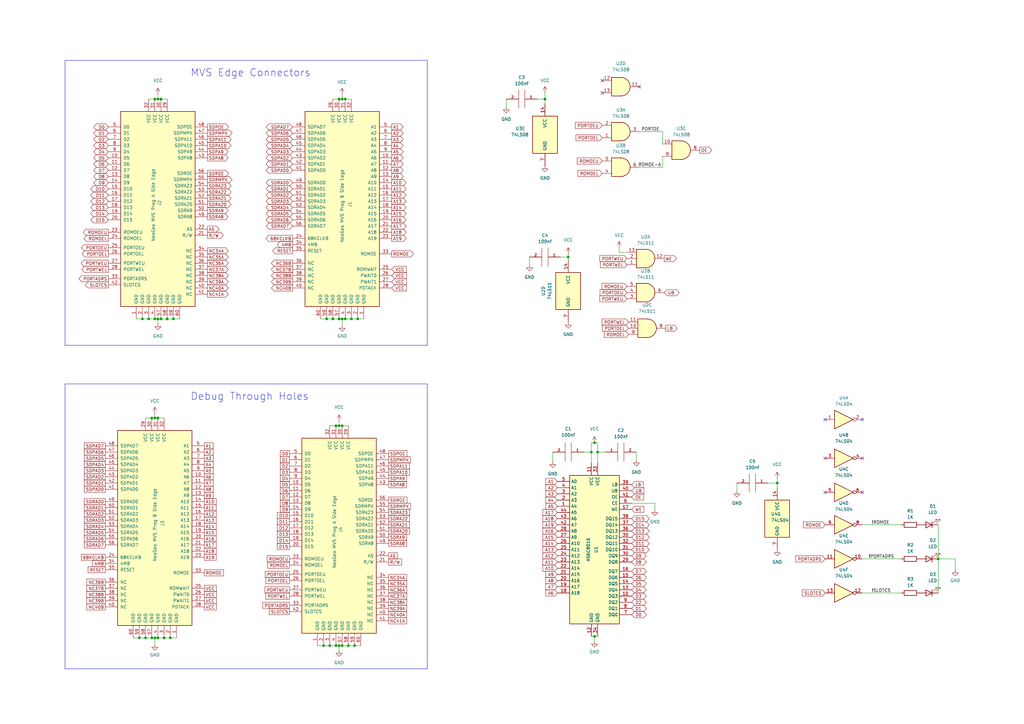
<source format=kicad_sch>
(kicad_sch (version 20211123) (generator eeschema)
  (paper "A3")
  (title_block (title "Neo Geo Diag MVS Prog Board") (date "${REV}") (rev "${REV}"))
  (junction (at 135.255 264.795))
  (junction (at 63.5 130.81))
  (junction (at 58.42 130.81))
  (junction (at 132.715 264.795))
  (junction (at 243.84 260.985))
  (junction (at 144.145 130.81))
  (junction (at 63.5 261.62))
  (junction (at 140.335 264.795))
  (junction (at 62.23 171.45))
  (junction (at 384.81 229.235))
  (junction (at 137.795 174.625))
  (junction (at 64.77 130.81))
  (junction (at 67.31 261.62))
  (junction (at 318.77 198.12))
  (junction (at 64.77 40.64))
  (junction (at 66.04 130.81))
  (junction (at 64.77 261.62))
  (junction (at 242.57 185.42))
  (junction (at 63.5 40.64))
  (junction (at 245.11 185.42))
  (junction (at 140.335 174.625))
  (junction (at 139.065 130.81))
  (junction (at 139.065 264.795))
  (junction (at 136.525 130.81))
  (junction (at 133.985 130.81))
  (junction (at 60.96 130.81))
  (junction (at 145.415 264.795))
  (junction (at 59.69 261.62))
  (junction (at 71.12 130.81))
  (junction (at 141.605 130.81))
  (junction (at 69.85 261.62))
  (junction (at 140.335 40.64))
  (junction (at 62.23 261.62))
  (junction (at 223.52 40.64))
  (junction (at 63.5 171.45))
  (junction (at 146.685 130.81))
  (junction (at 139.065 40.64))
  (junction (at 57.15 261.62))
  (junction (at 141.605 40.64))
  (junction (at 137.795 264.795))
  (junction (at 139.065 174.625))
  (junction (at 142.875 264.795))
  (junction (at 64.77 171.45))
  (junction (at 233.045 105.41))
  (junction (at 66.04 40.64))
  (junction (at 140.335 130.81))
  (junction (at 243.84 181.61))
  (junction (at 68.58 130.81))
  (no_connect (at 353.695 201.93))
  (no_connect (at 338.455 201.93))
  (no_connect (at 338.455 187.96))
  (no_connect (at 353.695 187.96))
  (no_connect (at 353.695 172.085))
  (no_connect (at 338.455 172.085))
  (no_connect (at 262.255 35.56))
  (no_connect (at 247.015 38.1))
  (no_connect (at 247.015 33.02))
  (wire (pts (xy 132.715 264.795) (xy 135.255 264.795)))
  (wire (pts (xy 242.57 185.42) (xy 242.57 181.61)))
  (wire (pts (xy 139.065 40.64) (xy 140.335 40.64)))
  (wire (pts (xy 384.81 215.265) (xy 384.81 229.235)))
  (wire (pts (xy 245.11 185.42) (xy 248.285 185.42)))
  (wire (pts (xy 57.15 261.62) (xy 59.69 261.62)))
  (wire (pts (xy 271.78 68.58) (xy 271.78 64.135)))
  (wire (pts (xy 136.525 40.64) (xy 139.065 40.64)))
  (wire (pts (xy 63.5 261.62) (xy 63.5 264.16)))
  (wire (pts (xy 67.31 261.62) (xy 69.85 261.62)))
  (polyline (pts (xy 26.67 157.48) (xy 26.67 274.32)) (stroke (width 0) (type solid)))
  (wire (pts (xy 66.04 130.81) (xy 68.58 130.81)))
  (wire (pts (xy 239.395 185.42) (xy 242.57 185.42)))
  (wire (pts (xy 223.52 38.1) (xy 223.52 40.64)))
  (wire (pts (xy 243.84 260.985) (xy 243.84 262.89)))
  (wire (pts (xy 59.69 261.62) (xy 62.23 261.62)))
  (wire (pts (xy 133.985 130.81) (xy 136.525 130.81)))
  (wire (pts (xy 63.5 130.81) (xy 64.77 130.81)))
  (wire (pts (xy 62.23 261.62) (xy 63.5 261.62)))
  (polyline (pts (xy 175.26 24.765) (xy 175.26 141.605)) (stroke (width 0) (type solid)))
  (wire (pts (xy 63.5 261.62) (xy 64.77 261.62)))
  (wire (pts (xy 259.08 206.375) (xy 268.605 206.375)))
  (wire (pts (xy 318.77 196.215) (xy 318.77 198.12)))
  (wire (pts (xy 226.695 185.42) (xy 226.695 189.23)))
  (wire (pts (xy 144.145 130.81) (xy 146.685 130.81)))
  (polyline (pts (xy 175.26 141.605) (xy 26.67 141.605)) (stroke (width 0) (type solid)))
  (wire (pts (xy 139.065 172.72) (xy 139.065 174.625)))
  (wire (pts (xy 131.445 130.81) (xy 133.985 130.81)))
  (polyline (pts (xy 26.67 24.765) (xy 26.67 141.605)) (stroke (width 0) (type solid)))
  (wire (pts (xy 64.77 40.64) (xy 66.04 40.64)))
  (wire (pts (xy 130.175 264.795) (xy 132.715 264.795)))
  (wire (pts (xy 353.695 243.205) (xy 369.57 243.205)))
  (wire (pts (xy 243.84 181.61) (xy 245.11 181.61)))
  (wire (pts (xy 141.605 130.81) (xy 144.145 130.81)))
  (wire (pts (xy 254 103.505) (xy 254 101.6)))
  (wire (pts (xy 314.96 198.12) (xy 318.77 198.12)))
  (wire (pts (xy 223.52 40.64) (xy 223.52 42.545)))
  (wire (pts (xy 64.77 171.45) (xy 67.31 171.45)))
  (wire (pts (xy 137.795 174.625) (xy 139.065 174.625)))
  (wire (pts (xy 302.26 198.12) (xy 302.26 201.295)))
  (wire (pts (xy 140.335 130.81) (xy 141.605 130.81)))
  (wire (pts (xy 141.605 40.64) (xy 144.145 40.64)))
  (wire (pts (xy 63.5 40.64) (xy 64.77 40.64)))
  (wire (pts (xy 69.85 261.62) (xy 72.39 261.62)))
  (wire (pts (xy 146.685 130.81) (xy 149.225 130.81)))
  (wire (pts (xy 139.065 174.625) (xy 140.335 174.625)))
  (wire (pts (xy 59.69 171.45) (xy 62.23 171.45)))
  (wire (pts (xy 233.045 105.41) (xy 229.87 105.41)))
  (wire (pts (xy 140.335 174.625) (xy 142.875 174.625)))
  (wire (pts (xy 139.065 264.795) (xy 140.335 264.795)))
  (wire (pts (xy 271.78 53.975) (xy 271.78 59.055)))
  (wire (pts (xy 262.255 68.58) (xy 271.78 68.58)))
  (wire (pts (xy 140.335 38.735) (xy 140.335 40.64)))
  (wire (pts (xy 136.525 130.81) (xy 139.065 130.81)))
  (wire (pts (xy 223.52 40.64) (xy 220.345 40.64)))
  (wire (pts (xy 262.255 53.975) (xy 271.78 53.975)))
  (wire (pts (xy 384.81 229.235) (xy 391.795 229.235)))
  (wire (pts (xy 384.81 229.235) (xy 384.81 243.205)))
  (wire (pts (xy 71.12 130.81) (xy 73.66 130.81)))
  (wire (pts (xy 353.695 229.235) (xy 369.57 229.235)))
  (wire (pts (xy 139.065 264.795) (xy 139.065 266.7)))
  (wire (pts (xy 233.045 105.41) (xy 233.045 106.68)))
  (wire (pts (xy 68.58 130.81) (xy 71.12 130.81)))
  (wire (pts (xy 64.77 261.62) (xy 67.31 261.62)))
  (wire (pts (xy 145.415 264.795) (xy 147.955 264.795)))
  (wire (pts (xy 245.11 185.42) (xy 245.11 181.61)))
  (wire (pts (xy 242.57 181.61) (xy 243.84 181.61)))
  (wire (pts (xy 353.695 215.265) (xy 369.57 215.265)))
  (wire (pts (xy 142.875 264.795) (xy 145.415 264.795)))
  (wire (pts (xy 64.77 38.735) (xy 64.77 40.64)))
  (wire (pts (xy 66.04 40.64) (xy 68.58 40.64)))
  (wire (pts (xy 245.11 189.865) (xy 245.11 185.42)))
  (wire (pts (xy 268.605 206.375) (xy 268.605 208.915)))
  (wire (pts (xy 60.96 130.81) (xy 63.5 130.81)))
  (polyline (pts (xy 26.67 157.48) (xy 175.26 157.48)) (stroke (width 0) (type solid)))
  (polyline (pts (xy 26.67 24.765) (xy 175.26 24.765)) (stroke (width 0) (type solid)))
  (wire (pts (xy 257.175 103.505) (xy 254 103.505)))
  (wire (pts (xy 63.5 171.45) (xy 64.77 171.45)))
  (wire (pts (xy 64.77 130.81) (xy 66.04 130.81)))
  (wire (pts (xy 140.335 130.81) (xy 140.335 133.35)))
  (wire (pts (xy 318.77 198.12) (xy 318.77 200.025)))
  (polyline (pts (xy 175.26 157.48) (xy 175.26 274.32)) (stroke (width 0) (type solid)))
  (wire (pts (xy 242.57 260.985) (xy 243.84 260.985)))
  (wire (pts (xy 233.045 104.14) (xy 233.045 105.41)))
  (wire (pts (xy 217.17 105.41) (xy 217.17 108.585)))
  (wire (pts (xy 63.5 169.545) (xy 63.5 171.45)))
  (wire (pts (xy 243.84 260.985) (xy 245.11 260.985)))
  (wire (pts (xy 62.23 171.45) (xy 63.5 171.45)))
  (wire (pts (xy 391.795 233.68) (xy 391.795 229.235)))
  (wire (pts (xy 135.255 264.795) (xy 137.795 264.795)))
  (wire (pts (xy 55.88 130.81) (xy 58.42 130.81)))
  (wire (pts (xy 139.065 130.81) (xy 140.335 130.81)))
  (wire (pts (xy 58.42 130.81) (xy 60.96 130.81)))
  (polyline (pts (xy 175.26 274.32) (xy 26.67 274.32)) (stroke (width 0) (type solid)))
  (wire (pts (xy 64.77 130.81) (xy 64.77 132.715)))
  (wire (pts (xy 260.985 185.42) (xy 260.985 188.595)))
  (wire (pts (xy 207.645 40.64) (xy 207.645 43.815)))
  (wire (pts (xy 242.57 189.865) (xy 242.57 185.42)))
  (wire (pts (xy 140.335 264.795) (xy 142.875 264.795)))
  (wire (pts (xy 140.335 40.64) (xy 141.605 40.64)))
  (wire (pts (xy 54.61 261.62) (xy 57.15 261.62)))
  (wire (pts (xy 137.795 264.795) (xy 139.065 264.795)))
  (wire (pts (xy 135.255 174.625) (xy 137.795 174.625)))
  (wire (pts (xy 60.96 40.64) (xy 63.5 40.64)))
  (text "Debug Through Holes" (at 78.105 164.465 0) (effects (font (size 3 3)) (justify left bottom)))
  (text "MVS Edge Connectors" (at 78.105 31.75 0) (effects (font (size 3 3)) (justify left bottom)))
  (label "!PORTADRS" (at 356.235 229.235 0))
  (label "!SLOTCS" (at 357.505 243.205 0))
  (label "ROMOE-A" (at 271.145 68.58 180))
  (label "!ROMOE" (at 357.505 215.265 0))
  (label "PORTOE" (at 270.51 53.975 180))
  (global_label "NC38B" (shape passive) (at 43.18 243.84 180) (property "Intersheet References" "${INTERSHEET_REFS}" (effects hide)))
  (global_label "SDPAD7" (shape passive) (at 43.18 182.88 180) (property "Intersheet References" "${INTERSHEET_REFS}" (effects hide)))
  (global_label "NC37A" (shape output) (at 85.09 110.49 0) (property "Intersheet References" "${INTERSHEET_REFS}" (effects hide)))
  (global_label "SDRAD2" (shape passive) (at 43.18 210.82 180) (property "Intersheet References" "${INTERSHEET_REFS}" (effects hide)))
  (global_label "OE" (shape output) (at 287.02 61.595 0) (property "Intersheet References" "${INTERSHEET_REFS}" (effects hide)))
  (global_label "VCC" (shape input) (at 160.655 118.11 0) (property "Intersheet References" "${INTERSHEET_REFS}" (effects hide)))
  (global_label "A3" (shape passive) (at 83.82 187.96 0) (property "Intersheet References" "${INTERSHEET_REFS}" (effects hide)))
  (global_label "R{slash}W" (shape output) (at 85.09 96.52 0) (property "Intersheet References" "${INTERSHEET_REFS}" (effects hide)))
  (global_label "SDRA20" (shape output) (at 85.09 83.82 0) (property "Intersheet References" "${INTERSHEET_REFS}" (effects hide)))
  (global_label "A3" (shape input) (at 228.6 202.565 180) (property "Intersheet References" "${INTERSHEET_REFS}" (effects hide)))
  (global_label "D13" (shape bidirectional) (at 44.45 85.09 180) (property "Intersheet References" "${INTERSHEET_REFS}" (effects hide)))
  (global_label "ROMOEL" (shape input) (at 247.015 71.12 180) (property "Intersheet References" "${INTERSHEET_REFS}" (effects hide)))
  (global_label "A14" (shape output) (at 160.655 85.09 0) (property "Intersheet References" "${INTERSHEET_REFS}" (effects hide)))
  (global_label "NC36A" (shape passive) (at 159.385 241.935 0) (property "Intersheet References" "${INTERSHEET_REFS}" (effects hide)))
  (global_label "D2" (shape bidirectional) (at 44.45 57.15 180) (property "Intersheet References" "${INTERSHEET_REFS}" (effects hide)))
  (global_label "D11" (shape bidirectional) (at 259.08 222.885 0) (property "Intersheet References" "${INTERSHEET_REFS}" (effects hide)))
  (global_label "SDPMPX" (shape output) (at 85.09 54.61 0) (property "Intersheet References" "${INTERSHEET_REFS}" (effects hide)))
  (global_label "SDRAD4" (shape bidirectional) (at 120.015 85.09 180) (property "Intersheet References" "${INTERSHEET_REFS}" (effects hide)))
  (global_label "LB" (shape output) (at 273.05 134.62 0) (property "Intersheet References" "${INTERSHEET_REFS}" (effects hide)))
  (global_label "A17" (shape output) (at 160.655 92.71 0) (property "Intersheet References" "${INTERSHEET_REFS}" (effects hide)))
  (global_label "A4" (shape passive) (at 83.82 190.5 0) (property "Intersheet References" "${INTERSHEET_REFS}" (effects hide)))
  (global_label "SDPAD4" (shape passive) (at 43.18 190.5 180) (property "Intersheet References" "${INTERSHEET_REFS}" (effects hide)))
  (global_label "D9" (shape bidirectional) (at 259.08 227.965 0) (property "Intersheet References" "${INTERSHEET_REFS}" (effects hide)))
  (global_label "A18" (shape output) (at 160.655 95.25 0) (property "Intersheet References" "${INTERSHEET_REFS}" (effects hide)))
  (global_label "D0" (shape bidirectional) (at 259.08 252.095 0) (property "Intersheet References" "${INTERSHEET_REFS}" (effects hide)))
  (global_label "NC35A" (shape output) (at 85.09 105.41 0) (property "Intersheet References" "${INTERSHEET_REFS}" (effects hide)))
  (global_label "A10" (shape passive) (at 83.82 205.74 0) (property "Intersheet References" "${INTERSHEET_REFS}" (effects hide)))
  (global_label "D10" (shape bidirectional) (at 259.08 225.425 0) (property "Intersheet References" "${INTERSHEET_REFS}" (effects hide)))
  (global_label "PORTOEL" (shape input) (at 257.81 134.62 180) (property "Intersheet References" "${INTERSHEET_REFS}" (effects hide)))
  (global_label "D3" (shape passive) (at 118.745 193.675 180) (property "Intersheet References" "${INTERSHEET_REFS}" (effects hide)))
  (global_label "PORTOEL" (shape passive) (at 118.745 238.125 180) (property "Intersheet References" "${INTERSHEET_REFS}" (effects hide)))
  (global_label "PORTADRS" (shape passive) (at 118.745 248.285 180) (property "Intersheet References" "${INTERSHEET_REFS}" (effects hide)))
  (global_label "SDPMPX" (shape passive) (at 159.385 188.595 0) (property "Intersheet References" "${INTERSHEET_REFS}" (effects hide)))
  (global_label "D8" (shape bidirectional) (at 44.45 72.39 180) (property "Intersheet References" "${INTERSHEET_REFS}" (effects hide)))
  (global_label "A16" (shape output) (at 160.655 90.17 0) (property "Intersheet References" "${INTERSHEET_REFS}" (effects hide)))
  (global_label "AS" (shape passive) (at 159.385 227.965 0) (property "Intersheet References" "${INTERSHEET_REFS}" (effects hide)))
  (global_label "NC36B" (shape passive) (at 43.18 238.76 180) (property "Intersheet References" "${INTERSHEET_REFS}" (effects hide)))
  (global_label "SDPAD6" (shape bidirectional) (at 120.015 54.61 180) (property "Intersheet References" "${INTERSHEET_REFS}" (effects hide)))
  (global_label "PORTADRS" (shape input) (at 338.455 229.235 180) (property "Intersheet References" "${INTERSHEET_REFS}" (effects hide)))
  (global_label "PORTOEU" (shape passive) (at 118.745 235.585 180) (property "Intersheet References" "${INTERSHEET_REFS}" (effects hide)))
  (global_label "A3" (shape output) (at 160.655 57.15 0) (property "Intersheet References" "${INTERSHEET_REFS}" (effects hide)))
  (global_label "NC34A" (shape passive) (at 159.385 236.855 0) (property "Intersheet References" "${INTERSHEET_REFS}" (effects hide)))
  (global_label "D15" (shape bidirectional) (at 44.45 90.17 180) (property "Intersheet References" "${INTERSHEET_REFS}" (effects hide)))
  (global_label "NC40B" (shape passive) (at 43.18 248.92 180) (property "Intersheet References" "${INTERSHEET_REFS}" (effects hide)))
  (global_label "UB" (shape input) (at 259.08 201.295 0) (property "Intersheet References" "${INTERSHEET_REFS}" (effects hide)))
  (global_label "SDRA9" (shape passive) (at 159.385 220.345 0) (property "Intersheet References" "${INTERSHEET_REFS}" (effects hide)))
  (global_label "PORTOEL" (shape output) (at 44.45 104.14 180) (property "Intersheet References" "${INTERSHEET_REFS}" (effects hide)))
  (global_label "WE" (shape input) (at 259.08 208.915 0) (property "Intersheet References" "${INTERSHEET_REFS}" (effects hide)))
  (global_label "SDRAD0" (shape bidirectional) (at 120.015 74.93 180) (property "Intersheet References" "${INTERSHEET_REFS}" (effects hide)))
  (global_label "D3" (shape bidirectional) (at 259.08 244.475 0) (property "Intersheet References" "${INTERSHEET_REFS}" (effects hide)))
  (global_label "A14" (shape passive) (at 83.82 215.9 0) (property "Intersheet References" "${INTERSHEET_REFS}" (effects hide)))
  (global_label "D1" (shape passive) (at 118.745 188.595 180) (property "Intersheet References" "${INTERSHEET_REFS}" (effects hide)))
  (global_label "A2" (shape output) (at 160.655 54.61 0) (property "Intersheet References" "${INTERSHEET_REFS}" (effects hide)))
  (global_label "ROMOE" (shape output) (at 160.655 104.14 0) (property "Intersheet References" "${INTERSHEET_REFS}" (effects hide)))
  (global_label "A7" (shape output) (at 160.655 67.31 0) (property "Intersheet References" "${INTERSHEET_REFS}" (effects hide)))
  (global_label "D1" (shape bidirectional) (at 44.45 54.61 180) (property "Intersheet References" "${INTERSHEET_REFS}" (effects hide)))
  (global_label "SDPAD2" (shape passive) (at 43.18 195.58 180) (property "Intersheet References" "${INTERSHEET_REFS}" (effects hide)))
  (global_label "D14" (shape bidirectional) (at 259.08 215.265 0) (property "Intersheet References" "${INTERSHEET_REFS}" (effects hide)))
  (global_label "SDPAD2" (shape bidirectional) (at 120.015 64.77 180) (property "Intersheet References" "${INTERSHEET_REFS}" (effects hide)))
  (global_label "PORTWEU" (shape output) (at 44.45 107.95 180) (property "Intersheet References" "${INTERSHEET_REFS}" (effects hide)))
  (global_label "A13" (shape input) (at 228.6 225.425 180) (property "Intersheet References" "${INTERSHEET_REFS}" (effects hide)))
  (global_label "WE" (shape output) (at 272.415 106.045 0) (property "Intersheet References" "${INTERSHEET_REFS}" (effects hide)))
  (global_label "SDRA9" (shape output) (at 85.09 86.36 0) (property "Intersheet References" "${INTERSHEET_REFS}" (effects hide)))
  (global_label "SDRA20" (shape passive) (at 159.385 217.805 0) (property "Intersheet References" "${INTERSHEET_REFS}" (effects hide)))
  (global_label "SDRAD6" (shape bidirectional) (at 120.015 90.17 180) (property "Intersheet References" "${INTERSHEET_REFS}" (effects hide)))
  (global_label "PORTADRS" (shape output) (at 44.45 114.3 180) (property "Intersheet References" "${INTERSHEET_REFS}" (effects hide)))
  (global_label "NC41A" (shape output) (at 85.09 120.65 0) (property "Intersheet References" "${INTERSHEET_REFS}" (effects hide)))
  (global_label "SDRAD7" (shape bidirectional) (at 120.015 92.71 180) (property "Intersheet References" "${INTERSHEET_REFS}" (effects hide)))
  (global_label "SDRA22" (shape passive) (at 159.385 212.725 0) (property "Intersheet References" "${INTERSHEET_REFS}" (effects hide)))
  (global_label "SDRAD3" (shape bidirectional) (at 120.015 82.55 180) (property "Intersheet References" "${INTERSHEET_REFS}" (effects hide)))
  (global_label "PORTOEL" (shape input) (at 247.015 56.515 180) (property "Intersheet References" "${INTERSHEET_REFS}" (effects hide)))
  (global_label "A16" (shape input) (at 228.6 217.805 180) (property "Intersheet References" "${INTERSHEET_REFS}" (effects hide)))
  (global_label "A5" (shape output) (at 160.655 62.23 0) (property "Intersheet References" "${INTERSHEET_REFS}" (effects hide)))
  (global_label "NC39B" (shape output) (at 120.015 115.57 180) (property "Intersheet References" "${INTERSHEET_REFS}" (effects hide)))
  (global_label "SDPA11" (shape output) (at 85.09 57.15 0) (property "Intersheet References" "${INTERSHEET_REFS}" (effects hide)))
  (global_label "RESET" (shape output) (at 120.015 102.87 180) (property "Intersheet References" "${INTERSHEET_REFS}" (effects hide)))
  (global_label "SDPAD5" (shape bidirectional) (at 120.015 57.15 180) (property "Intersheet References" "${INTERSHEET_REFS}" (effects hide)))
  (global_label "OE" (shape input) (at 259.08 203.835 0) (property "Intersheet References" "${INTERSHEET_REFS}" (effects hide)))
  (global_label "A7" (shape input) (at 228.6 240.665 180) (property "Intersheet References" "${INTERSHEET_REFS}" (effects hide)))
  (global_label "SDPOE" (shape output) (at 85.09 52.07 0) (property "Intersheet References" "${INTERSHEET_REFS}" (effects hide)))
  (global_label "ROMOEL" (shape input) (at 257.81 137.16 180) (property "Intersheet References" "${INTERSHEET_REFS}" (effects hide)))
  (global_label "A18" (shape passive) (at 83.82 226.06 0) (property "Intersheet References" "${INTERSHEET_REFS}" (effects hide)))
  (global_label "D4" (shape bidirectional) (at 259.08 241.935 0) (property "Intersheet References" "${INTERSHEET_REFS}" (effects hide)))
  (global_label "SDRA22" (shape output) (at 85.09 78.74 0) (property "Intersheet References" "${INTERSHEET_REFS}" (effects hide)))
  (global_label "A4" (shape input) (at 228.6 205.105 180) (property "Intersheet References" "${INTERSHEET_REFS}" (effects hide)))
  (global_label "SDPAD6" (shape passive) (at 43.18 185.42 180) (property "Intersheet References" "${INTERSHEET_REFS}" (effects hide)))
  (global_label "VCC" (shape input) (at 160.655 115.57 0) (property "Intersheet References" "${INTERSHEET_REFS}" (effects hide)))
  (global_label "A6" (shape passive) (at 83.82 195.58 0) (property "Intersheet References" "${INTERSHEET_REFS}" (effects hide)))
  (global_label "D14" (shape passive) (at 118.745 221.615 180) (property "Intersheet References" "${INTERSHEET_REFS}" (effects hide)))
  (global_label "SDPA10" (shape output) (at 85.09 59.69 0) (property "Intersheet References" "${INTERSHEET_REFS}" (effects hide)))
  (global_label "ROMOEU" (shape input) (at 247.015 66.04 180) (property "Intersheet References" "${INTERSHEET_REFS}" (effects hide)))
  (global_label "A2" (shape input) (at 228.6 200.025 180) (property "Intersheet References" "${INTERSHEET_REFS}" (effects hide)))
  (global_label "D1" (shape bidirectional) (at 259.08 249.555 0) (property "Intersheet References" "${INTERSHEET_REFS}" (effects hide)))
  (global_label "SDROE" (shape output) (at 85.09 71.12 0) (property "Intersheet References" "${INTERSHEET_REFS}" (effects hide)))
  (global_label "D6" (shape bidirectional) (at 259.08 236.855 0) (property "Intersheet References" "${INTERSHEET_REFS}" (effects hide)))
  (global_label "NC40A" (shape passive) (at 159.385 252.095 0) (property "Intersheet References" "${INTERSHEET_REFS}" (effects hide)))
  (global_label "A5" (shape input) (at 228.6 207.645 180) (property "Intersheet References" "${INTERSHEET_REFS}" (effects hide)))
  (global_label "SDRAD1" (shape passive) (at 43.18 208.28 180) (property "Intersheet References" "${INTERSHEET_REFS}" (effects hide)))
  (global_label "A16" (shape passive) (at 83.82 220.98 0) (property "Intersheet References" "${INTERSHEET_REFS}" (effects hide)))
  (global_label "ROMOE" (shape input) (at 338.455 215.265 180) (property "Intersheet References" "${INTERSHEET_REFS}" (effects hide)))
  (global_label "PORTWEU" (shape input) (at 257.175 106.045 180) (property "Intersheet References" "${INTERSHEET_REFS}" (effects hide)))
  (global_label "SDRAD5" (shape passive) (at 43.18 218.44 180) (property "Intersheet References" "${INTERSHEET_REFS}" (effects hide)))
  (global_label "SDRAD1" (shape bidirectional) (at 120.015 77.47 180) (property "Intersheet References" "${INTERSHEET_REFS}" (effects hide)))
  (global_label "D14" (shape bidirectional) (at 44.45 87.63 180) (property "Intersheet References" "${INTERSHEET_REFS}" (effects hide)))
  (global_label "A17" (shape passive) (at 83.82 223.52 0) (property "Intersheet References" "${INTERSHEET_REFS}" (effects hide)))
  (global_label "PORTWEL" (shape input) (at 257.175 108.585 180) (property "Intersheet References" "${INTERSHEET_REFS}" (effects hide)))
  (global_label "68KCLKB" (shape output) (at 120.015 97.79 180) (property "Intersheet References" "${INTERSHEET_REFS}" (effects hide)))
  (global_label "PORTWEL" (shape passive) (at 118.745 244.475 180) (property "Intersheet References" "${INTERSHEET_REFS}" (effects hide)))
  (global_label "A12" (shape output) (at 160.655 80.01 0) (property "Intersheet References" "${INTERSHEET_REFS}" (effects hide)))
  (global_label "NC37A" (shape passive) (at 159.385 244.475 0) (property "Intersheet References" "${INTERSHEET_REFS}" (effects hide)))
  (global_label "PORTWEU" (shape passive) (at 118.745 241.935 180) (property "Intersheet References" "${INTERSHEET_REFS}" (effects hide)))
  (global_label "ROMOEL" (shape output) (at 44.45 97.79 180) (property "Intersheet References" "${INTERSHEET_REFS}" (effects hide)))
  (global_label "D5" (shape bidirectional) (at 259.08 239.395 0) (property "Intersheet References" "${INTERSHEET_REFS}" (effects hide)))
  (global_label "D13" (shape bidirectional) (at 259.08 217.805 0) (property "Intersheet References" "${INTERSHEET_REFS}" (effects hide)))
  (global_label "SDPAD1" (shape passive) (at 43.18 198.12 180) (property "Intersheet References" "${INTERSHEET_REFS}" (effects hide)))
  (global_label "SDRA21" (shape output) (at 85.09 81.28 0) (property "Intersheet References" "${INTERSHEET_REFS}" (effects hide)))
  (global_label "D10" (shape bidirectional) (at 44.45 77.47 180) (property "Intersheet References" "${INTERSHEET_REFS}" (effects hide)))
  (global_label "NC39A" (shape passive) (at 159.385 249.555 0) (property "Intersheet References" "${INTERSHEET_REFS}" (effects hide)))
  (global_label "A9" (shape output) (at 160.655 72.39 0) (property "Intersheet References" "${INTERSHEET_REFS}" (effects hide)))
  (global_label "A19" (shape output) (at 160.655 97.79 0) (property "Intersheet References" "${INTERSHEET_REFS}" (effects hide)))
  (global_label "D7" (shape bidirectional) (at 259.08 234.315 0) (property "Intersheet References" "${INTERSHEET_REFS}" (effects hide)))
  (global_label "NC36B" (shape output) (at 120.015 107.95 180) (property "Intersheet References" "${INTERSHEET_REFS}" (effects hide)))
  (global_label "SDPA8" (shape output) (at 85.09 64.77 0) (property "Intersheet References" "${INTERSHEET_REFS}" (effects hide)))
  (global_label "SDRA8" (shape output) (at 85.09 88.9 0) (property "Intersheet References" "${INTERSHEET_REFS}" (effects hide)))
  (global_label "NC35A" (shape passive) (at 159.385 239.395 0) (property "Intersheet References" "${INTERSHEET_REFS}" (effects hide)))
  (global_label "68KCLKB" (shape passive) (at 43.18 228.6 180) (property "Intersheet References" "${INTERSHEET_REFS}" (effects hide)))
  (global_label "A6" (shape input) (at 228.6 243.205 180) (property "Intersheet References" "${INTERSHEET_REFS}" (effects hide)))
  (global_label "SDPAD3" (shape bidirectional) (at 120.015 62.23 180) (property "Intersheet References" "${INTERSHEET_REFS}" (effects hide)))
  (global_label "VCC" (shape passive) (at 83.82 241.3 0) (property "Intersheet References" "${INTERSHEET_REFS}" (effects hide)))
  (global_label "A19" (shape passive) (at 83.82 228.6 0) (property "Intersheet References" "${INTERSHEET_REFS}" (effects hide)))
  (global_label "NC38A" (shape passive) (at 159.385 247.015 0) (property "Intersheet References" "${INTERSHEET_REFS}" (effects hide)))
  (global_label "D7" (shape bidirectional) (at 44.45 69.85 180) (property "Intersheet References" "${INTERSHEET_REFS}" (effects hide)))
  (global_label "SDPAD1" (shape bidirectional) (at 120.015 67.31 180) (property "Intersheet References" "${INTERSHEET_REFS}" (effects hide)))
  (global_label "A15" (shape output) (at 160.655 87.63 0) (property "Intersheet References" "${INTERSHEET_REFS}" (effects hide)))
  (global_label "A14" (shape input) (at 228.6 222.885 180) (property "Intersheet References" "${INTERSHEET_REFS}" (effects hide)))
  (global_label "SDPA9" (shape passive) (at 159.385 196.215 0) (property "Intersheet References" "${INTERSHEET_REFS}" (effects hide)))
  (global_label "NC38B" (shape output) (at 120.015 113.03 180) (property "Intersheet References" "${INTERSHEET_REFS}" (effects hide)))
  (global_label "PORTOEU" (shape output) (at 44.45 101.6 180) (property "Intersheet References" "${INTERSHEET_REFS}" (effects hide)))
  (global_label "AS" (shape output) (at 85.09 93.98 0) (property "Intersheet References" "${INTERSHEET_REFS}" (effects hide)))
  (global_label "SDRMPX" (shape output) (at 85.09 73.66 0) (property "Intersheet References" "${INTERSHEET_REFS}" (effects hide)))
  (global_label "A6" (shape output) (at 160.655 64.77 0) (property "Intersheet References" "${INTERSHEET_REFS}" (effects hide)))
  (global_label "NC37B" (shape passive) (at 43.18 241.3 180) (property "Intersheet References" "${INTERSHEET_REFS}" (effects hide)))
  (global_label "A8" (shape output) (at 160.655 69.85 0) (property "Intersheet References" "${INTERSHEET_REFS}" (effects hide)))
  (global_label "D4" (shape bidirectional) (at 44.45 62.23 180) (property "Intersheet References" "${INTERSHEET_REFS}" (effects hide)))
  (global_label "SDRAD5" (shape bidirectional) (at 120.015 87.63 180) (property "Intersheet References" "${INTERSHEET_REFS}" (effects hide)))
  (global_label "SDRAD6" (shape passive) (at 43.18 220.98 180) (property "Intersheet References" "${INTERSHEET_REFS}" (effects hide)))
  (global_label "ROMOEL" (shape passive) (at 118.745 231.775 180) (property "Intersheet References" "${INTERSHEET_REFS}" (effects hide)))
  (global_label "D2" (shape bidirectional) (at 259.08 247.015 0) (property "Intersheet References" "${INTERSHEET_REFS}" (effects hide)))
  (global_label "A19" (shape input) (at 228.6 215.265 180) (property "Intersheet References" "${INTERSHEET_REFS}" (effects hide)))
  (global_label "A15" (shape passive) (at 83.82 218.44 0) (property "Intersheet References" "${INTERSHEET_REFS}" (effects hide)))
  (global_label "D15" (shape passive) (at 118.745 224.155 180) (property "Intersheet References" "${INTERSHEET_REFS}" (effects hide)))
  (global_label "NC40A" (shape output) (at 85.09 118.11 0) (property "Intersheet References" "${INTERSHEET_REFS}" (effects hide)))
  (global_label "SDPAD7" (shape bidirectional) (at 120.015 52.07 180) (property "Intersheet References" "${INTERSHEET_REFS}" (effects hide)))
  (global_label "A8" (shape passive) (at 83.82 200.66 0) (property "Intersheet References" "${INTERSHEET_REFS}" (effects hide)))
  (global_label "A9" (shape input) (at 228.6 235.585 180) (property "Intersheet References" "${INTERSHEET_REFS}" (effects hide)))
  (global_label "NC40B" (shape output) (at 120.015 118.11 180) (property "Intersheet References" "${INTERSHEET_REFS}" (effects hide)))
  (global_label "NC38A" (shape output) (at 85.09 113.03 0) (property "Intersheet References" "${INTERSHEET_REFS}" (effects hide)))
  (global_label "PORTWEL" (shape input) (at 257.81 132.08 180) (property "Intersheet References" "${INTERSHEET_REFS}" (effects hide)))
  (global_label "D5" (shape bidirectional) (at 44.45 64.77 180) (property "Intersheet References" "${INTERSHEET_REFS}" (effects hide)))
  (global_label "D10" (shape passive) (at 118.745 211.455 180) (property "Intersheet References" "${INTERSHEET_REFS}" (effects hide)))
  (global_label "SDRMPX" (shape passive) (at 159.385 207.645 0) (property "Intersheet References" "${INTERSHEET_REFS}" (effects hide)))
  (global_label "SDPAD0" (shape passive) (at 43.18 200.66 180) (property "Intersheet References" "${INTERSHEET_REFS}" (effects hide)))
  (global_label "SDRA21" (shape passive) (at 159.385 215.265 0) (property "Intersheet References" "${INTERSHEET_REFS}" (effects hide)))
  (global_label "UB" (shape bidirectional) (at 272.415 120.015 0) (property "Intersheet References" "${INTERSHEET_REFS}" (effects hide)))
  (global_label "ROMOEU" (shape passive) (at 118.745 229.235 180) (property "Intersheet References" "${INTERSHEET_REFS}" (effects hide)))
  (global_label "SDRAD3" (shape passive) (at 43.18 213.36 180) (property "Intersheet References" "${INTERSHEET_REFS}" (effects hide)))
  (global_label "A18" (shape input) (at 228.6 212.725 180) (property "Intersheet References" "${INTERSHEET_REFS}" (effects hide)))
  (global_label "A17" (shape input) (at 228.6 210.185 180) (property "Intersheet References" "${INTERSHEET_REFS}" (effects hide)))
  (global_label "A10" (shape input) (at 228.6 233.045 180) (property "Intersheet References" "${INTERSHEET_REFS}" (effects hide)))
  (global_label "SDPA8" (shape passive) (at 159.385 198.755 0) (property "Intersheet References" "${INTERSHEET_REFS}" (effects hide)))
  (global_label "NC37B" (shape output) (at 120.015 110.49 180) (property "Intersheet References" "${INTERSHEET_REFS}" (effects hide)))
  (global_label "A13" (shape output) (at 160.655 82.55 0) (property "Intersheet References" "${INTERSHEET_REFS}" (effects hide)))
  (global_label "SDPOE" (shape passive) (at 159.385 186.055 0) (property "Intersheet References" "${INTERSHEET_REFS}" (effects hide)))
  (global_label "SDRAD4" (shape passive) (at 43.18 215.9 180) (property "Intersheet References" "${INTERSHEET_REFS}" (effects hide)))
  (global_label "D7" (shape passive) (at 118.745 203.835 180) (property "Intersheet References" "${INTERSHEET_REFS}" (effects hide)))
  (global_label "A2" (shape passive) (at 83.82 185.42 0) (property "Intersheet References" "${INTERSHEET_REFS}" (effects hide)))
  (global_label "NC41A" (shape passive) (at 159.385 254.635 0) (property "Intersheet References" "${INTERSHEET_REFS}" (effects hide)))
  (global_label "NC39A" (shape output) (at 85.09 115.57 0) (property "Intersheet References" "${INTERSHEET_REFS}" (effects hide)))
  (global_label "PORTOEU" (shape input) (at 247.015 51.435 180) (property "Intersheet References" "${INTERSHEET_REFS}" (effects hide)))
  (global_label "A1" (shape input) (at 228.6 197.485 180) (property "Intersheet References" "${INTERSHEET_REFS}" (effects hide)))
  (global_label "ROMOEU" (shape output) (at 44.45 95.25 180) (property "Intersheet References" "${INTERSHEET_REFS}" (effects hide)))
  (global_label "SDPAD3" (shape passive) (at 43.18 193.04 180) (property "Intersheet References" "${INTERSHEET_REFS}" (effects hide)))
  (global_label "A9" (shape passive) (at 83.82 203.2 0) (property "Intersheet References" "${INTERSHEET_REFS}" (effects hide)))
  (global_label "R{slash}W" (shape passive) (at 159.385 230.505 0) (property "Intersheet References" "${INTERSHEET_REFS}" (effects hide)))
  (global_label "A11" (shape input) (at 228.6 230.505 180) (property "Intersheet References" "${INTERSHEET_REFS}" (effects hide)))
  (global_label "VCC" (shape input) (at 160.655 110.49 0) (property "Intersheet References" "${INTERSHEET_REFS}" (effects hide)))
  (global_label "D11" (shape bidirectional) (at 44.45 80.01 180) (property "Intersheet References" "${INTERSHEET_REFS}" (effects hide)))
  (global_label "A5" (shape passive) (at 83.82 193.04 0) (property "Intersheet References" "${INTERSHEET_REFS}" (effects hide)))
  (global_label "SLOTCS" (shape output) (at 44.45 116.84 180) (property "Intersheet References" "${INTERSHEET_REFS}" (effects hide)))
  (global_label "NC34A" (shape output) (at 85.09 102.87 0) (property "Intersheet References" "${INTERSHEET_REFS}" (effects hide)))
  (global_label "A12" (shape passive) (at 83.82 210.82 0) (property "Intersheet References" "${INTERSHEET_REFS}" (effects hide)))
  (global_label "SLOTCS" (shape passive) (at 118.745 250.825 180) (property "Intersheet References" "${INTERSHEET_REFS}" (effects hide)))
  (global_label "D9" (shape bidirectional) (at 44.45 74.93 180) (property "Intersheet References" "${INTERSHEET_REFS}" (effects hide)))
  (global_label "A4" (shape output) (at 160.655 59.69 0) (property "Intersheet References" "${INTERSHEET_REFS}" (effects hide)))
  (global_label "SDPAD4" (shape bidirectional) (at 120.015 59.69 180) (property "Intersheet References" "${INTERSHEET_REFS}" (effects hide)))
  (global_label "D8" (shape bidirectional) (at 259.08 230.505 0) (property "Intersheet References" "${INTERSHEET_REFS}" (effects hide)))
  (global_label "VCC" (shape passive) (at 83.82 246.38 0) (property "Intersheet References" "${INTERSHEET_REFS}" (effects hide)))
  (global_label "A12" (shape input) (at 228.6 227.965 180) (property "Intersheet References" "${INTERSHEET_REFS}" (effects hide)))
  (global_label "4MB" (shape output) (at 120.015 100.33 180) (property "Intersheet References" "${INTERSHEET_REFS}" (effects hide)))
  (global_label "D5" (shape passive) (at 118.745 198.755 180) (property "Intersheet References" "${INTERSHEET_REFS}" (effects hide)))
  (global_label "VCC" (shape passive) (at 83.82 243.84 0) (property "Intersheet References" "${INTERSHEET_REFS}" (effects hide)))
  (global_label "D12" (shape bidirectional) (at 259.08 220.345 0) (property "Intersheet References" "${INTERSHEET_REFS}" (effects hide)))
  (global_label "RESET" (shape passive) (at 43.18 233.68 180) (property "Intersheet References" "${INTERSHEET_REFS}" (effects hide)))
  (global_label "D6" (shape bidirectional) (at 44.45 67.31 180) (property "Intersheet References" "${INTERSHEET_REFS}" (effects hide)))
  (global_label "LB" (shape input) (at 259.08 198.755 0) (property "Intersheet References" "${INTERSHEET_REFS}" (effects hide)))
  (global_label "A11" (shape output) (at 160.655 77.47 0) (property "Intersheet References" "${INTERSHEET_REFS}" (effects hide)))
  (global_label "D15" (shape bidirectional) (at 259.08 212.725 0) (property "Intersheet References" "${INTERSHEET_REFS}" (effects hide)))
  (global_label "D2" (shape passive) (at 118.745 191.135 180) (property "Intersheet References" "${INTERSHEET_REFS}" (effects hide)))
  (global_label "SDRAD7" (shape passive) (at 43.18 223.52 180) (property "Intersheet References" "${INTERSHEET_REFS}" (effects hide)))
  (global_label "SDRA8" (shape passive) (at 159.385 222.885 0) (property "Intersheet References" "${INTERSHEET_REFS}" (effects hide)))
  (global_label "A1" (shape passive) (at 83.82 182.88 0) (property "Intersheet References" "${INTERSHEET_REFS}" (effects hide)))
  (global_label "A8" (shape input) (at 228.6 238.125 180) (property "Intersheet References" "${INTERSHEET_REFS}" (effects hide)))
  (global_label "4MB" (shape passive) (at 43.18 231.14 180) (property "Intersheet References" "${INTERSHEET_REFS}" (effects hide)))
  (global_label "D6" (shape passive) (at 118.745 201.295 180) (property "Intersheet References" "${INTERSHEET_REFS}" (effects hide)))
  (global_label "D8" (shape passive) (at 118.745 206.375 180) (property "Intersheet References" "${INTERSHEET_REFS}" (effects hide)))
  (global_label "NC36A" (shape output) (at 85.09 107.95 0) (property "Intersheet References" "${INTERSHEET_REFS}" (effects hide)))
  (global_label "A15" (shape input) (at 228.6 220.345 180) (property "Intersheet References" "${INTERSHEET_REFS}" (effects hide)))
  (global_label "ROMOEU" (shape input) (at 257.175 117.475 180) (property "Intersheet References" "${INTERSHEET_REFS}" (effects hide)))
  (global_label "D4" (shape passive) (at 118.745 196.215 180) (property "Intersheet References" "${INTERSHEET_REFS}" (effects hide)))
  (global_label "D13" (shape passive) (at 118.745 219.075 180) (property "Intersheet References" "${INTERSHEET_REFS}" (effects hide)))
  (global_label "A1" (shape output) (at 160.655 52.07 0) (property "Intersheet References" "${INTERSHEET_REFS}" (effects hide)))
  (global_label "D12" (shape bidirectional) (at 44.45 82.55 180) (property "Intersheet References" "${INTERSHEET_REFS}" (effects hide)))
  (global_label "VCC" (shape input) (at 160.655 113.03 0) (property "Intersheet References" "${INTERSHEET_REFS}" (effects hide)))
  (global_label "ROMOE" (shape passive) (at 83.82 234.95 0) (property "Intersheet References" "${INTERSHEET_REFS}" (effects hide)))
  (global_label "D3" (shape bidirectional) (at 44.45 59.69 180) (property "Intersheet References" "${INTERSHEET_REFS}" (effects hide)))
  (global_label "PORTWEU" (shape input) (at 257.175 122.555 180) (property "Intersheet References" "${INTERSHEET_REFS}" (effects hide)))
  (global_label "SDRAD2" (shape bidirectional) (at 120.015 80.01 180) (property "Intersheet References" "${INTERSHEET_REFS}" (effects hide)))
  (global_label "SDPA10" (shape passive) (at 159.385 193.675 0) (property "Intersheet References" "${INTERSHEET_REFS}" (effects hide)))
  (global_label "D0" (shape passive) (at 118.745 186.055 180) (property "Intersheet References" "${INTERSHEET_REFS}" (effects hide)))
  (global_label "SDRA23" (shape passive) (at 159.385 210.185 0) (property "Intersheet References" "${INTERSHEET_REFS}" (effects hide)))
  (global_label "PORTWEL" (shape output) (at 44.45 110.49 180) (property "Intersheet References" "${INTERSHEET_REFS}" (effects hide)))
  (global_label "D12" (shape passive) (at 118.745 216.535 180) (property "Intersheet References" "${INTERSHEET_REFS}" (effects hide)))
  (global_label "SDPAD0" (shape bidirectional) (at 120.015 69.85 180) (property "Intersheet References" "${INTERSHEET_REFS}" (effects hide)))
  (global_label "PORTOEU" (shape input) (at 257.175 120.015 180) (property "Intersheet References" "${INTERSHEET_REFS}" (effects hide)))
  (global_label "A7" (shape passive) (at 83.82 198.12 0) (property "Intersheet References" "${INTERSHEET_REFS}" (effects hide)))
  (global_label "A10" (shape output) (at 160.655 74.93 0) (property "Intersheet References" "${INTERSHEET_REFS}" (effects hide)))
  (global_label "SDPA9" (shape output) (at 85.09 62.23 0) (property "Intersheet References" "${INTERSHEET_REFS}" (effects hide)))
  (global_label "D0" (shape bidirectional) (at 44.45 52.07 180) (property "Intersheet References" "${INTERSHEET_REFS}" (effects hide)))
  (global_label "A13" (shape passive) (at 83.82 213.36 0) (property "Intersheet References" "${INTERSHEET_REFS}" (effects hide)))
  (global_label "SDRA23" (shape output) (at 85.09 76.2 0) (property "Intersheet References" "${INTERSHEET_REFS}" (effects hide)))
  (global_label "A11" (shape passive) (at 83.82 208.28 0) (property "Intersheet References" "${INTERSHEET_REFS}" (effects hide)))
  (global_label "SDPA11" (shape passive) (at 159.385 191.135 0) (property "Intersheet References" "${INTERSHEET_REFS}" (effects hide)))
  (global_label "SDRAD0" (shape passive) (at 43.18 205.74 180) (property "Intersheet References" "${INTERSHEET_REFS}" (effects hide)))
  (global_label "SDPAD5" (shape passive) (at 43.18 187.96 180) (property "Intersheet References" "${INTERSHEET_REFS}" (effects hide)))
  (global_label "SDROE" (shape passive) (at 159.385 205.105 0) (property "Intersheet References" "${INTERSHEET_REFS}" (effects hide)))
  (global_label "D11" (shape passive) (at 118.745 213.995 180) (property "Intersheet References" "${INTERSHEET_REFS}" (effects hide)))
  (global_label "VCC" (shape passive) (at 83.82 248.92 0) (property "Intersheet References" "${INTERSHEET_REFS}" (effects hide)))
  (global_label "D9" (shape passive) (at 118.745 208.915 180) (property "Intersheet References" "${INTERSHEET_REFS}" (effects hide)))
  (global_label "NC39B" (shape passive) (at 43.18 246.38 180) (property "Intersheet References" "${INTERSHEET_REFS}" (effects hide)))
  (global_label "SLOTCS" (shape input) (at 338.455 243.205 180) (property "Intersheet References" "${INTERSHEET_REFS}" (effects hide)))
  (symbol (lib_id "74xx:74LS11") (at 264.795 120.015 0) (mirror x) (unit 2)
    (property "Reference" "U2" (at 264.795 111.125 0))
    (property "Value" "74LS11" (at 264.795 113.665 0))
    (property "Footprint" "Package_SO:SO-14_3.9x8.65mm_P1.27mm" (effects hide))
    (property "Datasheet" "http://www.ti.com/lit/gpn/sn74LS11" (effects hide))
  )
  (symbol (lib_id "power:GND") (at 302.26 201.295 0) (mirror y) (unit 1)
    (property "Reference" "#PWR0114" (effects hide))
    (property "Value" "GND" (at 302.26 206.375 0))
  )
  (symbol (lib_id "74xx:74LS04") (at 346.075 243.205 0) (unit 6)
    (property "Reference" "U4" (at 346.075 233.68 0))
    (property "Value" "74LS04" (at 346.075 236.22 0))
    (property "Datasheet" "http://www.ti.com/lit/gpn/sn74LS04" (effects hide))
  )
  (symbol (lib_id "74xx:74LS08") (at 254.635 35.56 0) (unit 4)
    (property "Reference" "U3" (at 254.635 26.035 0))
    (property "Value" "74LS08" (at 254.635 28.575 0))
    (property "Footprint" "Package_SO:SO-14_3.9x8.65mm_P1.27mm" (effects hide))
    (property "Datasheet" "http://www.ti.com/lit/gpn/sn74LS08" (effects hide))
  )
  (symbol (lib_id "pspice:CAP") (at 233.045 185.42 270) (unit 1)
    (property "Reference" "C1" (at 233.045 175.895 90))
    (property "Value" "100nf" (at 233.045 178.435 90))
    (property "Footprint" "Capacitor_SMD:C_0805_2012Metric" (effects hide))
  )
  (symbol (lib_id "Device:LED") (at 381 229.235 180) (unit 1)
    (property "Reference" "D2" (at 382.5875 221.615 0))
    (property "Value" "LED" (at 382.5875 224.155 0))
    (property "Footprint" "LED_SMD:LED_0805_2012Metric" (effects hide))
  )
  (symbol (lib_id "74xx:74LS04") (at 346.075 172.085 0) (unit 1)
    (property "Reference" "U4" (at 346.075 163.195 0))
    (property "Value" "74LS04" (at 346.075 165.735 0))
    (property "Datasheet" "http://www.ti.com/lit/gpn/sn74LS04" (effects hide))
  )
  (symbol (lib_id "power:VCC") (at 140.335 38.735 0) (unit 1)
    (property "Reference" "#PWR0101" (effects hide))
    (property "Value" "VCC" (at 140.335 33.655 0))
  )
  (symbol (lib_id "74xx:74LS11") (at 264.795 106.045 0) (mirror x) (unit 1)
    (property "Reference" "U2" (at 264.795 97.155 0))
    (property "Value" "74LS11" (at 264.795 99.695 0))
    (property "Footprint" "Package_SO:SO-14_3.9x8.65mm_P1.27mm" (effects hide))
    (property "Datasheet" "http://www.ti.com/lit/gpn/sn74LS11" (effects hide))
  )
  (symbol (lib_id "power:GND") (at 260.985 188.595 0) (unit 1)
    (property "Reference" "#PWR0110" (effects hide))
    (property "Value" "GND" (at 260.985 193.675 0))
  )
  (symbol (lib_id "74xx:74LS11") (at 233.045 119.38 0) (mirror y) (unit 4)
    (property "Reference" "U2" (at 222.885 119.38 90))
    (property "Value" "74LS11" (at 225.425 119.38 90))
    (property "Footprint" "Package_SO:SO-14_3.9x8.65mm_P1.27mm" (effects hide))
    (property "Datasheet" "http://www.ti.com/lit/gpn/sn74LS11" (effects hide))
  )
  (symbol (lib_id "power:VCC") (at 63.5 169.545 0) (unit 1)
    (property "Reference" "#PWR0115" (effects hide))
    (property "Value" "VCC" (at 63.5 164.465 0))
  )
  (symbol (lib_id "74xx:74LS04") (at 346.075 229.235 0) (unit 5)
    (property "Reference" "U4" (at 346.075 219.71 0))
    (property "Value" "74LS04" (at 346.075 222.25 0))
    (property "Datasheet" "http://www.ti.com/lit/gpn/sn74LS04" (effects hide))
  )
  (symbol (lib_id "Device:LED") (at 381 215.265 180) (unit 1)
    (property "Reference" "D1" (at 382.5875 207.645 0))
    (property "Value" "LED" (at 382.5875 210.185 0))
    (property "Footprint" "LED_SMD:LED_0805_2012Metric" (effects hide))
  )
  (symbol (lib_id "neogeo-diag:AS6C8016") (at 243.84 225.425 0) (mirror y) (unit 1)
    (property "Reference" "U1" (at 244.475 225.425 90))
    (property "Value" "AS6C8016" (at 241.3 225.425 90))
    (property "Footprint" "Package_SO:TSOP-II-44_10.16x18.41mm_P0.8mm" (effects hide))
    (property "Datasheet" "https://www.alliancememory.com/wp-content/uploads/pdf/lp_sram/AS6C8016.pdf" (effects hide))
  )
  (symbol (lib_id "power:GND") (at 268.605 208.915 0) (unit 1)
    (property "Reference" "#PWR0108" (effects hide))
    (property "Value" "GND" (at 268.605 213.995 0))
  )
  (symbol (lib_id "neogeo-diag:neogeo-mvs-prog-b-side-edge") (at 63.5 214.63 0) (mirror y) (unit 1)
    (property "Reference" "J3" (at 66.675 214.63 90))
    (property "Value" "NeoGeo MVS Prog B Side Edge" (at 63.5 215.265 90))
    (property "Footprint" "neogeo-diag:neogeo-mvs-prog-edge-test-points" (effects hide))
  )
  (symbol (lib_id "74xx:74LS04") (at 318.77 212.725 0) (unit 7)
    (property "Reference" "U4" (at 316.23 210.82 0) (effects (justify left)))
    (property "Value" "74LS04" (at 316.23 213.36 0) (effects (justify left)))
    (property "Footprint" "Package_SO:SO-14_3.9x8.65mm_P1.27mm" (effects hide))
    (property "Datasheet" "http://www.ti.com/lit/gpn/sn74LS04" (effects hide))
  )
  (symbol (lib_id "neogeo-diag:neogeo-mvs-prog-b-side-edge") (at 140.335 83.82 0) (mirror y) (unit 1)
    (property "Reference" "J1" (at 143.51 83.82 90))
    (property "Value" "NeoGeo MVS Prog B Side Edge" (at 140.335 84.455 90))
    (property "Footprint" "neogeo-diag:neogeo-mvs-prog-b-side-edge" (effects hide))
  )
  (symbol (lib_id "Device:R") (at 373.38 243.205 270) (unit 1)
    (property "Reference" "R3" (at 373.38 237.49 90))
    (property "Value" "1K" (at 373.38 240.03 90))
    (property "Footprint" "Resistor_SMD:R_0805_2012Metric" (effects hide))
  )
  (symbol (lib_id "neogeo-diag:neogeo-mvs-prog-a-side-edge") (at 64.77 83.82 0) (unit 1)
    (property "Reference" "J2" (at 65.405 84.455 90) (effects (justify left)))
    (property "Value" "NeoGeo MVS Prog A Side Edge" (at 62.865 99.06 90) (effects (justify left)))
    (property "Footprint" "neogeo-diag:neogeo-mvs-prog-a-side-edge" (effects hide))
  )
  (symbol (lib_id "74xx:74LS08") (at 254.635 68.58 0) (mirror x) (unit 2)
    (property "Reference" "U3" (at 254.635 59.69 0))
    (property "Value" "74LS08" (at 254.635 62.23 0))
    (property "Footprint" "Package_SO:SO-14_3.9x8.65mm_P1.27mm" (effects hide))
    (property "Datasheet" "http://www.ti.com/lit/gpn/sn74LS08" (effects hide))
  )
  (symbol (lib_id "pspice:CAP") (at 308.61 198.12 270) (mirror x) (unit 1)
    (property "Reference" "C5" (at 308.61 189.23 90))
    (property "Value" "100nf" (at 308.61 191.77 90))
    (property "Footprint" "Capacitor_SMD:C_0805_2012Metric" (effects hide))
  )
  (symbol (lib_id "power:VCC") (at 64.77 38.735 0) (unit 1)
    (property "Reference" "#PWR0103" (effects hide))
    (property "Value" "VCC" (at 64.77 33.02 0))
  )
  (symbol (lib_id "74xx:74LS08") (at 223.52 55.245 0) (unit 5)
    (property "Reference" "U3" (at 211.455 52.705 0) (effects (justify left)))
    (property "Value" "74LS08" (at 209.55 55.245 0) (effects (justify left)))
    (property "Footprint" "Package_SO:SO-14_3.9x8.65mm_P1.27mm" (effects hide))
    (property "Datasheet" "http://www.ti.com/lit/gpn/sn74LS08" (effects hide))
  )
  (symbol (lib_id "74xx:74LS08") (at 254.635 53.975 0) (mirror x) (unit 1)
    (property "Reference" "U3" (at 254.635 45.085 0))
    (property "Value" "74LS08" (at 254.635 47.625 0))
    (property "Footprint" "Package_SO:SO-14_3.9x8.65mm_P1.27mm" (effects hide))
    (property "Datasheet" "http://www.ti.com/lit/gpn/sn74LS08" (effects hide))
  )
  (symbol (lib_id "neogeo-diag:neogeo-mvs-prog-a-side-edge") (at 139.065 217.805 0) (unit 1)
    (property "Reference" "J4" (at 139.7 218.44 90) (effects (justify left)))
    (property "Value" "NeoGeo MVS Prog A Side Edge" (at 137.16 233.045 90) (effects (justify left)))
    (property "Footprint" "neogeo-diag:neogeo-mvs-prog-edge-test-points" (effects hide))
  )
  (symbol (lib_id "power:GND") (at 139.065 266.7 0) (unit 1)
    (property "Reference" "#PWR0118" (effects hide))
    (property "Value" "GND" (at 139.065 271.78 0))
  )
  (symbol (lib_id "power:GND") (at 243.84 262.89 0) (unit 1)
    (property "Reference" "#PWR0109" (effects hide))
    (property "Value" "GND" (at 243.84 267.335 0))
  )
  (symbol (lib_id "power:GND") (at 207.645 43.815 0) (mirror y) (unit 1)
    (property "Reference" "#PWR03" (effects hide))
    (property "Value" "GND" (at 207.645 48.895 0))
  )
  (symbol (lib_id "power:GND") (at 233.045 132.08 0) (mirror y) (unit 1)
    (property "Reference" "#PWR0106" (effects hide))
    (property "Value" "GND" (at 233.045 137.16 0))
  )
  (symbol (lib_id "power:GND") (at 217.17 108.585 0) (mirror y) (unit 1)
    (property "Reference" "#PWR04" (effects hide))
    (property "Value" "GND" (at 217.17 113.665 0))
  )
  (symbol (lib_id "pspice:CAP") (at 213.995 40.64 270) (mirror x) (unit 1)
    (property "Reference" "C3" (at 213.995 31.75 90))
    (property "Value" "100nf" (at 213.995 34.29 90))
    (property "Footprint" "Capacitor_SMD:C_0805_2012Metric" (effects hide))
  )
  (symbol (lib_id "pspice:CAP") (at 254.635 185.42 90) (unit 1)
    (property "Reference" "C2" (at 254.635 176.53 90))
    (property "Value" "100nf" (at 254.635 179.07 90))
    (property "Footprint" "Capacitor_SMD:C_0805_2012Metric" (effects hide))
  )
  (symbol (lib_id "power:VCC") (at 254 101.6 0) (mirror y) (unit 1)
    (property "Reference" "#PWR0104" (effects hide))
    (property "Value" "VCC" (at 254 96.52 0))
  )
  (symbol (lib_id "power:VCC") (at 318.77 196.215 0) (mirror y) (unit 1)
    (property "Reference" "#PWR0113" (effects hide))
    (property "Value" "VCC" (at 318.77 190.5 0))
  )
  (symbol (lib_id "power:GND") (at 223.52 67.945 0) (mirror y) (unit 1)
    (property "Reference" "#PWR02" (effects hide))
    (property "Value" "GND" (at 223.52 73.025 0))
  )
  (symbol (lib_id "Device:R") (at 373.38 229.235 270) (unit 1)
    (property "Reference" "R2" (at 373.38 223.52 90))
    (property "Value" "1K" (at 373.38 226.06 90))
    (property "Footprint" "Resistor_SMD:R_0805_2012Metric" (effects hide))
  )
  (symbol (lib_id "74xx:74LS04") (at 346.075 201.93 0) (unit 3)
    (property "Reference" "U4" (at 346.075 192.405 0))
    (property "Value" "74LS04" (at 346.075 194.945 0))
    (property "Datasheet" "http://www.ti.com/lit/gpn/sn74LS04" (effects hide))
  )
  (symbol (lib_id "74xx:74LS11") (at 265.43 134.62 0) (mirror x) (unit 3)
    (property "Reference" "U2" (at 265.43 125.095 0))
    (property "Value" "74LS11" (at 265.43 127.635 0))
    (property "Footprint" "Package_SO:SO-14_3.9x8.65mm_P1.27mm" (effects hide))
    (property "Datasheet" "http://www.ti.com/lit/gpn/sn74LS11" (effects hide))
  )
  (symbol (lib_id "power:GND") (at 140.335 133.35 0) (unit 1)
    (property "Reference" "#PWR0102" (effects hide))
    (property "Value" "GND" (at 140.335 137.795 0))
  )
  (symbol (lib_id "power:GND") (at 63.5 264.16 0) (unit 1)
    (property "Reference" "#PWR0117" (effects hide))
    (property "Value" "GND" (at 63.5 268.605 0))
  )
  (symbol (lib_id "power:GND") (at 226.695 189.23 0) (unit 1)
    (property "Reference" "#PWR0112" (effects hide))
    (property "Value" "GND" (at 226.695 194.31 0))
  )
  (symbol (lib_id "74xx:74LS04") (at 346.075 215.265 0) (unit 4)
    (property "Reference" "U4" (at 346.075 206.375 0))
    (property "Value" "74LS04" (at 346.075 208.915 0))
    (property "Datasheet" "http://www.ti.com/lit/gpn/sn74LS04" (effects hide))
  )
  (symbol (lib_id "74xx:74LS04") (at 346.075 187.96 0) (unit 2)
    (property "Reference" "U4" (at 346.075 178.435 0))
    (property "Value" "74LS04" (at 346.075 180.975 0))
    (property "Datasheet" "http://www.ti.com/lit/gpn/sn74LS04" (effects hide))
  )
  (symbol (lib_id "pspice:CAP") (at 223.52 105.41 270) (mirror x) (unit 1)
    (property "Reference" "C4" (at 223.52 96.52 90))
    (property "Value" "100nf" (at 223.52 99.06 90))
    (property "Footprint" "Capacitor_SMD:C_0805_2012Metric" (effects hide))
  )
  (symbol (lib_id "power:VCC") (at 243.84 181.61 0) (unit 1)
    (property "Reference" "#PWR0111" (effects hide))
    (property "Value" "VCC" (at 243.84 175.895 0))
  )
  (symbol (lib_id "Device:LED") (at 381 243.205 180) (unit 1)
    (property "Reference" "D3" (at 382.5875 235.585 0))
    (property "Value" "LED" (at 382.5875 238.125 0))
    (property "Footprint" "LED_SMD:LED_0805_2012Metric" (effects hide))
  )
  (symbol (lib_id "Device:R") (at 373.38 215.265 270) (unit 1)
    (property "Reference" "R1" (at 373.38 209.55 90))
    (property "Value" "1K" (at 373.38 212.09 90))
    (property "Footprint" "Resistor_SMD:R_0805_2012Metric" (effects hide))
  )
  (symbol (lib_id "power:VCC") (at 233.045 104.14 0) (mirror y) (unit 1)
    (property "Reference" "#PWR0105" (effects hide))
    (property "Value" "VCC" (at 233.045 98.425 0))
  )
  (symbol (lib_id "power:VCC") (at 139.065 172.72 0) (unit 1)
    (property "Reference" "#PWR0116" (effects hide))
    (property "Value" "VCC" (at 139.065 167.005 0))
  )
  (symbol (lib_id "power:GND") (at 64.77 132.715 0) (unit 1)
    (property "Reference" "#PWR0107" (effects hide))
    (property "Value" "GND" (at 64.77 137.795 0))
  )
  (symbol (lib_id "74xx:74LS08") (at 279.4 61.595 0) (mirror x) (unit 3)
    (property "Reference" "U3" (at 279.4 52.705 0))
    (property "Value" "74LS08" (at 279.4 55.245 0))
    (property "Footprint" "Package_SO:SO-14_3.9x8.65mm_P1.27mm" (effects hide))
    (property "Datasheet" "http://www.ti.com/lit/gpn/sn74LS08" (effects hide))
  )
  (symbol (lib_id "power:VCC") (at 223.52 38.1 0) (mirror y) (unit 1)
    (property "Reference" "#PWR01" (effects hide))
    (property "Value" "VCC" (at 223.52 33.02 0))
  )
  (symbol (lib_id "power:GND") (at 391.795 233.68 0) (unit 1)
    (property "Reference" "#PWR0119" (effects hide))
    (property "Value" "GND" (at 391.795 238.125 0))
  )
  (symbol (lib_id "power:GND") (at 318.77 225.425 0) (mirror y) (unit 1)
    (property "Reference" "#PWR0120" (effects hide))
    (property "Value" "GND" (at 318.77 230.505 0))
  )
)
</source>
